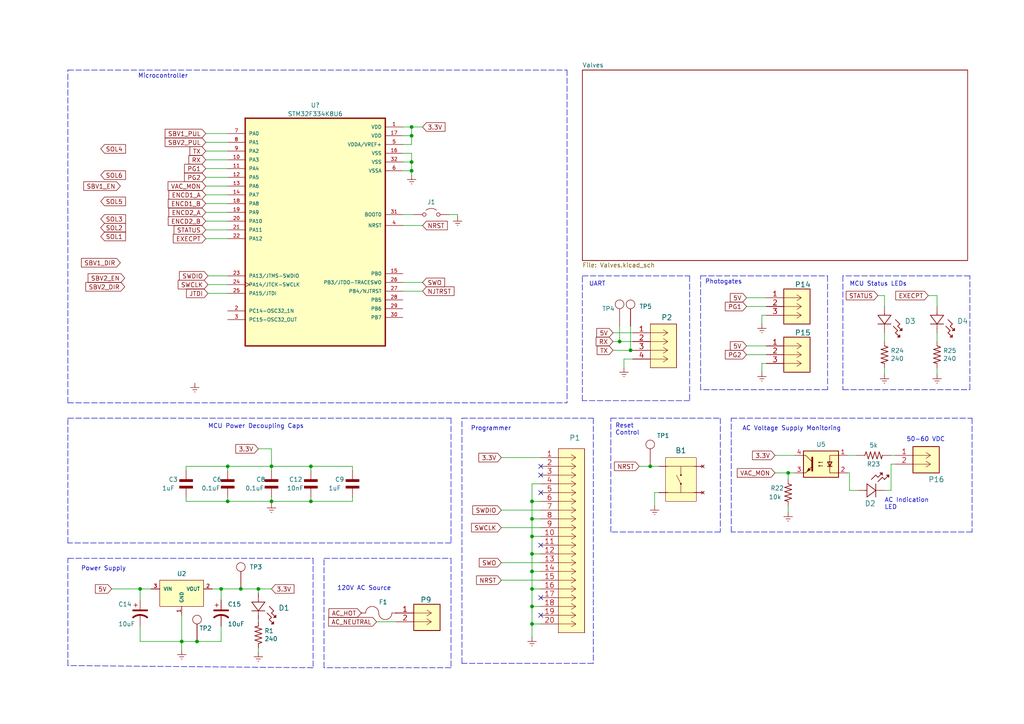
<source format=kicad_sch>
(kicad_sch (version 20211123) (generator eeschema)
  (paper "A4")
  (title_block (title "L0005 Valve Controller") (date "2021-12-25") (rev "1.0") (company "Sun Devil Rocketry ") (comment 1 "Avionics Team") (comment 2 "Author: Colton Acosta"))
  (lib_symbols
    (symbol "Engine-Controller:RES_0805" (pin_numbers hide) (pin_names (offset 1.016) hide)
      (property "Reference" "R" (at -1.27 1.27 0))
      (property "Value" "Engine-Controller_RES_0805" (at -3.81 -2.54 0))
      (symbol "RES_0805_0_0"
        (pin passive line (at -5.08 0 0) (length 2.54) (name "~") (number "1"))
        (pin passive line (at 5.08 0 180) (length 2.54) (name "~") (number "2"))
      )
    )
    (symbol "L0005-Valve-Controller:0678L9100-02" (pin_numbers hide) (pin_names (offset 1.016) hide)
      (property "Reference" "F" (at -5.08 2.54 0))
      (symbol "0678L9100-02_0_0"
        (pin passive line (at -5.08 0 0) (length 0.254) (name "~") (number "1"))
        (pin passive line (at 5.08 0 180) (length 0.254) (name "~") (number "2"))
      )
    )
    (symbol "L0005-Valve-Controller:140-504-415-000" (pin_names (offset 0.254) hide)
      (property "Reference" "P" (at 7.62 5.08 0))
      (symbol "140-504-415-000_1_1"
        (pin passive line (at 0 0 0) (length 5.08) (name "+12V") (number "1"))
        (pin passive line (at 0 -2.54 0) (length 5.08) (name "GND") (number "2"))
        (pin passive line (at 0 -5.08 0) (length 5.08) (name "3") (number "3"))
        (pin passive line (at 0 -7.62 0) (length 5.08) (name "4") (number "4"))
      )
    )
    (symbol "L0005-Valve-Controller:3220-20-0200-00" (pin_names (offset 0.254) hide)
      (property "Reference" "P" (at 8.89 6.35 0))
      (symbol "3220-20-0200-00_1_1"
        (pin passive line (at 0 0 0) (length 5.08) (name "1") (number "1"))
        (pin passive line (at 0 -22.86 0) (length 5.08) (name "10") (number "10"))
        (pin passive line (at 0 -25.4 0) (length 5.08) (name "11") (number "11"))
        (pin passive line (at 0 -27.94 0) (length 5.08) (name "12") (number "12"))
        (pin passive line (at 0 -30.48 0) (length 5.08) (name "13") (number "13"))
        (pin passive line (at 0 -33.02 0) (length 5.08) (name "14") (number "14"))
        (pin passive line (at 0 -35.56 0) (length 5.08) (name "15") (number "15"))
        (pin passive line (at 0 -38.1 0) (length 5.08) (name "16") (number "16"))
        (pin passive line (at 0 -40.64 0) (length 5.08) (name "17") (number "17"))
        (pin passive line (at 0 -43.18 0) (length 5.08) (name "18") (number "18"))
        (pin passive line (at 0 -45.72 0) (length 5.08) (name "19") (number "19"))
        (pin passive line (at 0 -2.54 0) (length 5.08) (name "2") (number "2"))
        (pin passive line (at 0 -48.26 0) (length 5.08) (name "20") (number "20"))
        (pin passive line (at 0 -5.08 0) (length 5.08) (name "3") (number "3"))
        (pin passive line (at 0 -7.62 0) (length 5.08) (name "4") (number "4"))
        (pin passive line (at 0 -10.16 0) (length 5.08) (name "5") (number "5"))
        (pin passive line (at 0 -12.7 0) (length 5.08) (name "6") (number "6"))
        (pin passive line (at 0 -15.24 0) (length 5.08) (name "7") (number "7"))
        (pin passive line (at 0 -17.78 0) (length 5.08) (name "8") (number "8"))
        (pin passive line (at 0 -20.32 0) (length 5.08) (name "9") (number "9"))
      )
    )
    (symbol "L0005-Valve-Controller:647676-2" (pin_names (offset 0.254) hide)
      (property "Reference" "P" (at 6.35 5.08 0))
      (symbol "647676-2_1_1"
        (pin passive line (at 0 0 0) (length 5.08) (name "1") (number "1"))
        (pin passive line (at 0 -2.54 0) (length 5.08) (name "2") (number "2"))
      )
    )
    (symbol "L0005-Valve-Controller:647676-3" (pin_names (offset 0.254) hide)
      (property "Reference" "P" (at 6.35 5.08 0))
      (symbol "647676-3_1_1"
        (pin passive line (at 0 0 0) (length 5.08) (name "1") (number "1"))
        (pin passive line (at 0 -2.54 0) (length 5.08) (name "2") (number "2"))
        (pin passive line (at 0 -5.08 0) (length 5.08) (name "3") (number "3"))
      )
    )
    (symbol "L0005-Valve-Controller:CAP_0603" (pin_numbers hide) (pin_names (offset 1.016) hide)
      (property "Reference" "C" (at -1.27 3.81 0))
      (property "Value" "CAP_0603" (at -3.81 -3.81 0))
      (symbol "CAP_0603_0_0"
        (pin passive line (at 3.81 0 180) (length 2.54) (name "~") (number "1"))
        (pin passive line (at -3.81 0 0) (length 2.54) (name "~") (number "2"))
      )
    )
    (symbol "L0005-Valve-Controller:CAP_Polar" (pin_numbers hide) (pin_names (offset 0.254) hide)
      (property "Reference" "C" (at 0.635 2.54 0))
      (property "Value" "CAP_Polar" (at 0.635 -2.54 0))
      (symbol "CAP_Polar_1_1"
        (pin passive line (at 0 3.81 270) (length 2.794) (name "~") (number "1"))
        (pin passive line (at 0 -3.81 90) (length 3.302) (name "~") (number "2"))
      )
    )
    (symbol "L0005-Valve-Controller:Earth" (power) (pin_names (offset 0))
      (symbol "Earth_1_1"
        (pin power_in line (at 0 0 270) (length 0) hide (name "Earth") (number "1"))
      )
    )
    (symbol "L0005-Valve-Controller:Jumper_NO" (pin_numbers hide) (pin_names (offset 0) hide)
      (property "Reference" "J" (at 0 2.794 0))
      (symbol "Jumper_NO_1_1"
        (pin passive line (at -5.08 0 0) (length 2.54) (name "A") (number "1"))
        (pin passive line (at 5.08 0 180) (length 2.54) (name "B") (number "2"))
      )
    )
    (symbol "L0005-Valve-Controller:LED_AMBER" (pin_numbers hide) (pin_names hide)
      (property "Reference" "D" (at 3.81 5.08 0))
      (symbol "LED_AMBER_1_1"
        (pin passive line (at 0 -2.54 90) (length 1.27) (name "1") (number "1"))
        (pin passive line (at 0 5.08 270) (length 1.27) (name "2") (number "2"))
      )
    )
    (symbol "L0005-Valve-Controller:LED_GREEN" (pin_numbers hide) (pin_names hide)
      (property "Reference" "D" (at 3.81 5.08 0))
      (symbol "LED_GREEN_1_1"
        (pin passive line (at 0 -2.54 90) (length 1.27) (name "1") (number "1"))
        (pin passive line (at 0 5.08 270) (length 1.27) (name "2") (number "2"))
      )
    )
    (symbol "L0005-Valve-Controller:LED_RED" (pin_numbers hide) (pin_names hide)
      (property "Reference" "D" (at 3.81 5.08 0))
      (symbol "LED_RED_1_1"
        (pin passive line (at 0 -2.54 90) (length 1.27) (name "1") (number "1"))
        (pin passive line (at 0 5.08 270) (length 1.27) (name "2") (number "2"))
      )
    )
    (symbol "L0005-Valve-Controller:LMS8117AMP-3.3_NOPB" (pin_names (offset 1.016))
      (property "Reference" "U" (at -1.27 5.08 0))
      (symbol "LMS8117AMP-3.3_NOPB_1_1"
        (pin input line (at 0 -6.35 90) (length 2.54) (name "GND") (number "1"))
        (pin output line (at 8.89 1.27 180) (length 2.54) (name "VOUT") (number "2"))
        (pin input line (at -8.89 1.27 0) (length 2.54) (name "VIN") (number "3"))
      )
    )
    (symbol "L0005-Valve-Controller:Optocoupler" (pin_names (offset 1.016))
      (property "Reference" "U" (at -5.08 5.08 0))
      (symbol "Optocoupler_1_1"
        (pin passive line (at -7.62 2.54 0) (length 2.54) (name "~") (number "1"))
        (pin passive line (at -7.62 -2.54 0) (length 2.54) (name "~") (number "2"))
        (pin passive line (at 7.62 -2.54 180) (length 2.54) (name "~") (number "3"))
        (pin passive line (at 7.62 2.54 180) (length 2.54) (name "~") (number "4"))
      )
    )
    (symbol "L0005-Valve-Controller:PTS647SM38SMTR2LFS" (pin_numbers hide) (pin_names (offset 0.254) hide)
      (property "Reference" "B" (at -1.27 8.89 0))
      (symbol "PTS647SM38SMTR2LFS_1_1"
        (pin passive line (at -6.35 3.81 0) (length 2.54) (name "1") (number "1"))
        (pin no_connect line (at 6.35 3.81 180) (length 2.54) (name "2") (number "2"))
        (pin passive line (at -6.35 -3.81 0) (length 2.54) (name "3") (number "3"))
        (pin no_connect line (at 6.35 -3.81 180) (length 2.54) (name "4") (number "4"))
      )
    )
    (symbol "L0005-Valve-Controller:RES_0603" (pin_numbers hide) (pin_names (offset 1.016) hide)
      (property "Reference" "R" (at -1.27 1.27 0))
      (property "Value" "RES_0603" (at -3.81 -2.54 0))
      (symbol "RES_0603_0_0"
        (pin passive line (at -3.81 0 0) (length 1.27) (name "~") (number "1"))
        (pin passive line (at 3.81 0 180) (length 1.27) (name "~") (number "2"))
      )
    )
    (symbol "L0005-Valve-Controller:STM32F334K8U6" (pin_names (offset 1.016))
      (property "Reference" "U" (at -3.81 36.83 0))
      (property "Value" "STM32F334K8U6" (at -20.3708 -34.544 0))
      (symbol "STM32F334K8U6_0_0"
        (pin power_in line (at 25.4 33.02 180) (length 5.08) (name "VDD") (number "1"))
        (pin bidirectional line (at -25.4 23.495 0) (length 5.08) (name "PA3") (number "10"))
        (pin bidirectional line (at -25.4 20.955 0) (length 5.08) (name "PA4") (number "11"))
        (pin bidirectional line (at -25.4 18.415 0) (length 5.08) (name "PA5") (number "12"))
        (pin bidirectional line (at -25.4 15.875 0) (length 5.08) (name "PA6") (number "13"))
        (pin bidirectional line (at -25.4 13.335 0) (length 5.08) (name "PA7") (number "14"))
        (pin bidirectional line (at 25.4 -9.525 180) (length 5.08) (name "PB0") (number "15"))
        (pin power_in line (at 25.4 25.4 180) (length 5.08) (name "VSS") (number "16"))
        (pin power_in line (at 25.4 30.48 180) (length 5.08) (name "VDD") (number "17"))
        (pin bidirectional line (at -25.4 10.795 0) (length 5.08) (name "PA8") (number "18"))
        (pin bidirectional line (at -25.4 8.255 0) (length 5.08) (name "PA9") (number "19"))
        (pin bidirectional line (at -25.4 -20.32 0) (length 5.08) (name "PC14-OSC32_1N") (number "2"))
        (pin bidirectional line (at -25.4 5.715 0) (length 5.08) (name "PA10") (number "20"))
        (pin bidirectional line (at -25.4 3.175 0) (length 5.08) (name "PA11") (number "21"))
        (pin bidirectional line (at -25.4 0.635 0) (length 5.08) (name "PA12") (number "22"))
        (pin bidirectional line (at -25.4 -10.16 0) (length 5.08) (name "PA13/JTMS-SWDIO") (number "23"))
        (pin bidirectional clock (at -25.4 -12.7 0) (length 5.08) (name "PA14/JTCK-SWCLK") (number "24"))
        (pin bidirectional line (at -25.4 -15.24 0) (length 5.08) (name "PA15/JTDI") (number "25"))
        (pin bidirectional line (at 25.4 -12.065 180) (length 5.08) (name "PB3/JTDO-TRACESWO") (number "26"))
        (pin bidirectional line (at 25.4 -14.605 180) (length 5.08) (name "PB4/NJTRST") (number "27"))
        (pin bidirectional line (at 25.4 -17.145 180) (length 5.08) (name "PB5") (number "28"))
        (pin bidirectional line (at 25.4 -19.685 180) (length 5.08) (name "PB6") (number "29"))
        (pin bidirectional line (at -25.4 -22.86 0) (length 5.08) (name "PC15-OSC32_OUT") (number "3"))
        (pin bidirectional line (at 25.4 -22.225 180) (length 5.08) (name "PB7") (number "30"))
        (pin bidirectional line (at 25.4 7.62 180) (length 5.08) (name "BOOT0") (number "31"))
        (pin power_in line (at 25.4 22.86 180) (length 5.08) (name "VSS") (number "32"))
        (pin bidirectional line (at 25.4 4.445 180) (length 5.08) (name "NRST") (number "4"))
        (pin power_in line (at 25.4 27.94 180) (length 5.08) (name "VDDA/VREF+") (number "5"))
        (pin bidirectional line (at 25.4 20.32 180) (length 5.08) (name "VSSA") (number "6"))
        (pin bidirectional line (at -25.4 31.115 0) (length 5.08) (name "PA0") (number "7"))
        (pin bidirectional line (at -25.4 28.575 0) (length 5.08) (name "PA1") (number "8"))
        (pin bidirectional line (at -25.4 26.035 0) (length 5.08) (name "PA2") (number "9"))
      )
    )
    (symbol "L0005-Valve-Controller:TP" (pin_numbers hide) (pin_names (offset 1.016) hide)
      (property "Reference" "TP" (at 0 8.89 0))
      (symbol "TP_1_1"
        (pin passive line (at 0 0 90) (length 5.08) (name "~") (number "1"))
      )
    )
  )
  (junction (at 90.17 135.255))
  (junction (at 154.305 145.415))
  (junction (at 64.135 170.815))
  (junction (at 78.74 145.415))
  (junction (at 182.88 101.6))
  (junction (at 154.305 155.575))
  (junction (at 179.705 99.06))
  (junction (at 57.15 186.055))
  (junction (at 188.595 135.255))
  (junction (at 119.38 36.83))
  (junction (at 154.305 180.975))
  (junction (at 154.305 175.895))
  (junction (at 154.305 170.815))
  (junction (at 154.305 165.735))
  (junction (at 154.305 160.655))
  (junction (at 78.74 135.255))
  (junction (at 119.38 39.37))
  (junction (at 228.6 137.16))
  (junction (at 119.38 49.53))
  (junction (at 74.93 170.815))
  (junction (at 90.17 145.415))
  (junction (at 154.305 150.495))
  (junction (at 66.04 145.415))
  (junction (at 40.64 170.815))
  (junction (at 52.705 186.055))
  (junction (at 66.04 135.255))
  (junction (at 69.85 170.815))
  (junction (at 119.38 46.99))
  (no_connect (at 156.845 137.795))
  (no_connect (at 156.845 142.875))
  (no_connect (at 156.845 135.255))
  (no_connect (at 156.845 178.435))
  (no_connect (at 156.845 173.355))
  (no_connect (at 156.845 158.115))
  (polyline (pts (xy 90.805 161.925) (xy 90.805 193.675)))
  (wire (pts (xy 40.64 181.61) (xy 40.64 186.055)))
  (wire (pts (xy 119.38 46.99) (xy 119.38 49.53)))
  (wire (pts (xy 74.93 189.23) (xy 74.93 187.96)))
  (wire (pts (xy 66.04 136.525) (xy 66.04 135.255)))
  (polyline (pts (xy 172.085 121.285) (xy 172.085 192.405)))
  (wire (pts (xy 182.88 101.6) (xy 183.515 101.6)))
  (wire (pts (xy 32.385 170.815) (xy 40.64 170.815)))
  (polyline (pts (xy 244.475 80.01) (xy 244.475 113.03)))
  (wire (pts (xy 119.38 44.45) (xy 119.38 46.99)))
  (wire (pts (xy 189.865 146.685) (xy 189.865 142.875)))
  (wire (pts (xy 102.235 145.415) (xy 102.235 144.145)))
  (wire (pts (xy 179.705 94.615) (xy 179.705 99.06)))
  (wire (pts (xy 60.325 80.01) (xy 66.04 80.01)))
  (polyline (pts (xy 172.085 192.405) (xy 133.985 192.405)))
  (wire (pts (xy 156.845 165.735) (xy 154.305 165.735)))
  (wire (pts (xy 182.88 94.615) (xy 182.88 101.6)))
  (wire (pts (xy 189.865 142.875) (xy 191.135 142.875)))
  (wire (pts (xy 59.69 41.275) (xy 66.04 41.275)))
  (polyline (pts (xy 212.09 154.305) (xy 212.09 121.285)))
  (polyline (pts (xy 19.685 116.84) (xy 164.465 116.84)))
  (polyline (pts (xy 244.475 113.03) (xy 281.305 113.03)))
  (wire (pts (xy 224.79 137.16) (xy 228.6 137.16)))
  (wire (pts (xy 59.69 59.055) (xy 66.04 59.055)))
  (wire (pts (xy 59.69 38.735) (xy 66.04 38.735)))
  (wire (pts (xy 116.84 36.83) (xy 119.38 36.83)))
  (wire (pts (xy 156.845 140.335) (xy 154.305 140.335)))
  (wire (pts (xy 220.98 105.41) (xy 222.25 105.41)))
  (wire (pts (xy 66.04 135.255) (xy 78.74 135.255)))
  (polyline (pts (xy 177.165 121.285) (xy 208.915 121.285)))
  (wire (pts (xy 246.38 137.16) (xy 245.745 137.16)))
  (wire (pts (xy 180.975 106.68) (xy 180.975 104.14)))
  (wire (pts (xy 64.135 186.055) (xy 64.135 181.61)))
  (wire (pts (xy 179.705 99.06) (xy 183.515 99.06)))
  (wire (pts (xy 52.705 188.595) (xy 52.705 186.055)))
  (wire (pts (xy 59.69 61.595) (xy 66.04 61.595)))
  (polyline (pts (xy 130.81 161.925) (xy 130.81 193.675)))
  (wire (pts (xy 216.535 100.33) (xy 222.25 100.33)))
  (polyline (pts (xy 168.91 80.01) (xy 200.025 80.01)))
  (wire (pts (xy 90.17 135.255) (xy 102.235 135.255)))
  (wire (pts (xy 177.8 96.52) (xy 183.515 96.52)))
  (wire (pts (xy 156.845 175.895) (xy 154.305 175.895)))
  (wire (pts (xy 156.845 145.415) (xy 154.305 145.415)))
  (wire (pts (xy 61.595 170.815) (xy 64.135 170.815)))
  (wire (pts (xy 60.325 85.09) (xy 66.04 85.09)))
  (polyline (pts (xy 130.81 157.48) (xy 19.685 157.48)))
  (wire (pts (xy 90.17 145.415) (xy 102.235 145.415)))
  (wire (pts (xy 248.92 142.24) (xy 246.38 142.24)))
  (wire (pts (xy 156.845 160.655) (xy 154.305 160.655)))
  (wire (pts (xy 154.305 155.575) (xy 154.305 160.655)))
  (wire (pts (xy 145.415 153.035) (xy 156.845 153.035)))
  (wire (pts (xy 228.6 139.065) (xy 228.6 137.16)))
  (wire (pts (xy 132.715 62.23) (xy 132.715 62.865)))
  (wire (pts (xy 64.135 173.99) (xy 64.135 170.815)))
  (wire (pts (xy 258.445 142.24) (xy 258.445 134.62)))
  (wire (pts (xy 246.38 142.24) (xy 246.38 137.16)))
  (wire (pts (xy 59.69 69.215) (xy 66.04 69.215)))
  (wire (pts (xy 53.975 136.525) (xy 53.975 135.255)))
  (polyline (pts (xy 240.03 113.03) (xy 203.2 113.03)))
  (polyline (pts (xy 90.805 193.675) (xy 19.685 193.04)))
  (wire (pts (xy 156.845 150.495) (xy 154.305 150.495)))
  (polyline (pts (xy 164.465 20.32) (xy 164.465 116.84)))
  (polyline (pts (xy 208.915 154.305) (xy 177.165 154.305)))
  (wire (pts (xy 116.84 84.455) (xy 122.555 84.455)))
  (wire (pts (xy 74.93 180.34) (xy 74.93 179.705)))
  (wire (pts (xy 185.42 135.255) (xy 188.595 135.255)))
  (wire (pts (xy 245.745 132.08) (xy 248.285 132.08)))
  (wire (pts (xy 53.975 145.415) (xy 66.04 145.415)))
  (wire (pts (xy 216.535 102.87) (xy 222.25 102.87)))
  (wire (pts (xy 145.415 147.955) (xy 156.845 147.955)))
  (wire (pts (xy 116.84 44.45) (xy 119.38 44.45)))
  (wire (pts (xy 119.38 36.83) (xy 122.555 36.83)))
  (polyline (pts (xy 19.685 121.285) (xy 130.81 121.285)))
  (wire (pts (xy 109.22 180.34) (xy 114.935 180.34)))
  (wire (pts (xy 53.975 135.255) (xy 66.04 135.255)))
  (wire (pts (xy 40.64 170.815) (xy 43.815 170.815)))
  (wire (pts (xy 119.38 39.37) (xy 119.38 41.91)))
  (wire (pts (xy 119.38 36.83) (xy 119.38 39.37)))
  (wire (pts (xy 220.98 107.95) (xy 220.98 105.41)))
  (wire (pts (xy 228.6 146.685) (xy 228.6 148.59)))
  (polyline (pts (xy 19.685 193.04) (xy 19.685 161.925)))
  (wire (pts (xy 119.38 41.91) (xy 116.84 41.91)))
  (wire (pts (xy 52.705 186.055) (xy 52.705 178.435)))
  (wire (pts (xy 116.84 81.915) (xy 122.555 81.915)))
  (wire (pts (xy 145.415 132.715) (xy 156.845 132.715)))
  (polyline (pts (xy 200.025 80.01) (xy 200.025 116.205)))
  (polyline (pts (xy 208.915 121.285) (xy 208.915 154.305)))
  (wire (pts (xy 40.64 186.055) (xy 52.705 186.055)))
  (wire (pts (xy 52.705 186.055) (xy 57.15 186.055)))
  (wire (pts (xy 40.64 173.99) (xy 40.64 170.815)))
  (wire (pts (xy 69.85 170.815) (xy 74.93 170.815)))
  (wire (pts (xy 66.04 145.415) (xy 78.74 145.415)))
  (wire (pts (xy 216.535 86.36) (xy 222.25 86.36)))
  (polyline (pts (xy 200.025 116.205) (xy 168.91 116.205)))
  (polyline (pts (xy 19.685 20.32) (xy 164.465 20.32)))
  (wire (pts (xy 116.84 65.405) (xy 122.555 65.405)))
  (wire (pts (xy 154.305 140.335) (xy 154.305 145.415)))
  (wire (pts (xy 130.175 62.23) (xy 132.715 62.23)))
  (wire (pts (xy 78.74 135.255) (xy 90.17 135.255)))
  (wire (pts (xy 156.845 155.575) (xy 154.305 155.575)))
  (wire (pts (xy 119.38 39.37) (xy 116.84 39.37)))
  (polyline (pts (xy 168.91 116.205) (xy 168.91 80.01)))
  (wire (pts (xy 116.84 46.99) (xy 119.38 46.99)))
  (wire (pts (xy 90.17 144.145) (xy 90.17 145.415)))
  (polyline (pts (xy 203.2 113.03) (xy 203.2 80.01)))
  (polyline (pts (xy 281.305 113.03) (xy 281.305 80.01)))
  (wire (pts (xy 66.04 144.145) (xy 66.04 145.415)))
  (wire (pts (xy 216.535 88.9) (xy 222.25 88.9)))
  (wire (pts (xy 220.98 93.98) (xy 220.98 91.44)))
  (wire (pts (xy 154.305 170.815) (xy 154.305 175.895)))
  (wire (pts (xy 59.69 53.975) (xy 66.04 53.975)))
  (polyline (pts (xy 19.685 116.84) (xy 19.685 20.32)))
  (wire (pts (xy 64.135 170.815) (xy 69.85 170.815)))
  (wire (pts (xy 188.595 135.255) (xy 191.135 135.255)))
  (wire (pts (xy 59.69 46.355) (xy 66.04 46.355)))
  (wire (pts (xy 180.975 104.14) (xy 183.515 104.14)))
  (wire (pts (xy 53.975 144.145) (xy 53.975 145.415)))
  (wire (pts (xy 78.74 135.255) (xy 78.74 136.525)))
  (wire (pts (xy 154.305 150.495) (xy 154.305 155.575)))
  (wire (pts (xy 256.54 108.585) (xy 256.54 106.68)))
  (wire (pts (xy 228.6 137.16) (xy 230.505 137.16)))
  (wire (pts (xy 119.38 49.53) (xy 119.38 50.8)))
  (polyline (pts (xy 19.685 161.925) (xy 90.805 161.925)))
  (wire (pts (xy 154.305 165.735) (xy 154.305 170.815)))
  (polyline (pts (xy 133.985 121.285) (xy 172.085 121.285)))
  (wire (pts (xy 78.74 130.175) (xy 78.74 135.255)))
  (wire (pts (xy 60.325 82.55) (xy 66.04 82.55)))
  (wire (pts (xy 74.93 172.085) (xy 74.93 170.815)))
  (wire (pts (xy 224.79 132.08) (xy 230.505 132.08)))
  (wire (pts (xy 74.93 130.175) (xy 78.74 130.175)))
  (wire (pts (xy 258.445 134.62) (xy 259.715 134.62)))
  (wire (pts (xy 256.54 142.24) (xy 258.445 142.24)))
  (wire (pts (xy 59.69 64.135) (xy 66.04 64.135)))
  (polyline (pts (xy 177.165 154.305) (xy 177.165 121.285)))
  (wire (pts (xy 154.305 145.415) (xy 154.305 150.495)))
  (wire (pts (xy 156.845 170.815) (xy 154.305 170.815)))
  (polyline (pts (xy 93.98 161.925) (xy 130.81 161.925)))
  (polyline (pts (xy 93.98 193.675) (xy 93.98 161.925)))
  (wire (pts (xy 154.305 160.655) (xy 154.305 165.735)))
  (wire (pts (xy 59.69 43.815) (xy 66.04 43.815)))
  (wire (pts (xy 78.74 146.05) (xy 78.74 145.415)))
  (wire (pts (xy 74.93 170.815) (xy 78.74 170.815)))
  (wire (pts (xy 271.78 99.06) (xy 271.78 96.52)))
  (wire (pts (xy 78.74 145.415) (xy 78.74 144.145)))
  (wire (pts (xy 59.69 51.435) (xy 66.04 51.435)))
  (wire (pts (xy 220.98 91.44) (xy 222.25 91.44)))
  (wire (pts (xy 102.235 135.255) (xy 102.235 136.525)))
  (polyline (pts (xy 203.2 80.01) (xy 240.03 80.01)))
  (polyline (pts (xy 133.985 192.405) (xy 133.985 121.285)))
  (polyline (pts (xy 281.305 80.01) (xy 244.475 80.01)))
  (wire (pts (xy 116.84 49.53) (xy 119.38 49.53)))
  (wire (pts (xy 256.54 96.52) (xy 256.54 99.06)))
  (polyline (pts (xy 130.81 121.285) (xy 130.81 157.48)))
  (wire (pts (xy 116.84 62.23) (xy 120.015 62.23)))
  (wire (pts (xy 59.69 56.515) (xy 66.04 56.515)))
  (wire (pts (xy 256.54 85.725) (xy 256.54 88.9)))
  (wire (pts (xy 254.635 85.725) (xy 256.54 85.725)))
  (wire (pts (xy 177.8 99.06) (xy 179.705 99.06)))
  (wire (pts (xy 269.24 85.725) (xy 271.78 85.725)))
  (wire (pts (xy 59.69 48.895) (xy 66.04 48.895)))
  (wire (pts (xy 57.15 186.055) (xy 64.135 186.055)))
  (wire (pts (xy 90.17 136.525) (xy 90.17 135.255)))
  (wire (pts (xy 145.415 168.275) (xy 156.845 168.275)))
  (wire (pts (xy 156.845 163.195) (xy 145.415 163.195)))
  (wire (pts (xy 59.69 66.675) (xy 66.04 66.675)))
  (wire (pts (xy 258.445 132.08) (xy 259.715 132.08)))
  (polyline (pts (xy 212.09 121.285) (xy 281.94 121.285)))
  (polyline (pts (xy 19.685 157.48) (xy 19.685 121.285)))
  (wire (pts (xy 154.305 175.895) (xy 154.305 180.975)))
  (polyline (pts (xy 240.03 80.01) (xy 240.03 113.03)))
  (polyline (pts (xy 130.81 193.675) (xy 93.98 193.675)))
  (wire (pts (xy 177.8 101.6) (xy 182.88 101.6)))
  (polyline (pts (xy 281.94 154.305) (xy 212.09 154.305)))
  (polyline (pts (xy 281.94 121.285) (xy 281.94 154.305)))
  (wire (pts (xy 78.74 145.415) (xy 90.17 145.415)))
  (wire (pts (xy 154.305 180.975) (xy 154.305 184.785)))
  (wire (pts (xy 271.78 108.585) (xy 271.78 106.68)))
  (wire (pts (xy 271.78 85.725) (xy 271.78 88.9)))
  (wire (pts (xy 156.845 180.975) (xy 154.305 180.975)))
  (text "UART" (at 170.815 83.185 0) (effects (font (size 1.27 1.27)) (justify left bottom)))
  (text "Power Supply" (at 23.495 165.735 0) (effects (font (size 1.27 1.27)) (justify left bottom)))
  (text "120V AC Source" (at 97.79 171.45 0) (effects (font (size 1.27 1.27)) (justify left bottom)))
  (text "Reset \nControl" (at 178.435 126.365 0) (effects (font (size 1.27 1.27)) (justify left bottom)))
  (text "Programmer" (at 136.525 125.095 0) (effects (font (size 1.27 1.27)) (justify left bottom)))
  (text "Photogates" (at 204.47 82.55 0) (effects (font (size 1.27 1.27)) (justify left bottom)))
  (text "MCU Power Decoupling Caps" (at 60.325 124.46 0) (effects (font (size 1.27 1.27)) (justify left bottom)))
  (text "AC Indication\nLED" (at 256.54 147.955 0) (effects (font (size 1.27 1.27)) (justify left bottom)))
  (text "Microcontroller" (at 40.005 22.86 0) (effects (font (size 1.27 1.27)) (justify left bottom)))
  (text "AC Voltage Supply Monitoring" (at 215.265 125.095 0) (effects (font (size 1.27 1.27)) (justify left bottom)))
  (text "MCU Status LEDs" (at 246.38 83.185 0) (effects (font (size 1.27 1.27)) (justify left bottom)))
  (text "50-60 VDC" (at 262.89 128.27 0) (effects (font (size 1.27 1.27)) (justify left bottom)))
  (global_label "SWO" (shape input) (at 122.555 81.915 0) (property "Intersheet References" "${INTERSHEET_REFS}" (effects hide)))
  (global_label "PG1" (shape input) (at 216.535 88.9 180) (property "Intersheet References" "${INTERSHEET_REFS}" (effects hide)))
  (global_label "SBV2_DIR" (shape input) (at 36.195 83.185 180) (property "Intersheet References" "${INTERSHEET_REFS}" (effects hide)))
  (global_label "ENCD2_A" (shape input) (at 59.69 61.595 180) (property "Intersheet References" "${INTERSHEET_REFS}" (effects hide)))
  (global_label "3.3V" (shape input) (at 224.79 132.08 180) (property "Intersheet References" "${INTERSHEET_REFS}" (effects hide)))
  (global_label "SOL3" (shape input) (at 29.21 63.5 0) (property "Intersheet References" "${INTERSHEET_REFS}" (effects hide)))
  (global_label "SWCLK" (shape input) (at 145.415 153.035 180) (property "Intersheet References" "${INTERSHEET_REFS}" (effects hide)))
  (global_label "EXECPT" (shape input) (at 269.24 85.725 180) (property "Intersheet References" "${INTERSHEET_REFS}" (effects hide)))
  (global_label "RX" (shape input) (at 59.69 46.355 180) (property "Intersheet References" "${INTERSHEET_REFS}" (effects hide)))
  (global_label "SWO" (shape input) (at 145.415 163.195 180) (property "Intersheet References" "${INTERSHEET_REFS}" (effects hide)))
  (global_label "5V" (shape input) (at 216.535 86.36 180) (property "Intersheet References" "${INTERSHEET_REFS}" (effects hide)))
  (global_label "NRST" (shape input) (at 122.555 65.405 0) (property "Intersheet References" "${INTERSHEET_REFS}" (effects hide)))
  (global_label "TX" (shape input) (at 177.8 101.6 180) (property "Intersheet References" "${INTERSHEET_REFS}" (effects hide)))
  (global_label "SOL6" (shape input) (at 29.21 50.8 0) (property "Intersheet References" "${INTERSHEET_REFS}" (effects hide)))
  (global_label "ENCD2_B" (shape input) (at 59.69 64.135 180) (property "Intersheet References" "${INTERSHEET_REFS}" (effects hide)))
  (global_label "SBV2_EN" (shape input) (at 36.195 80.645 180) (property "Intersheet References" "${INTERSHEET_REFS}" (effects hide)))
  (global_label "EXECPT" (shape input) (at 59.69 69.215 180) (property "Intersheet References" "${INTERSHEET_REFS}" (effects hide)))
  (global_label "SBV1_PUL" (shape input) (at 59.69 38.735 180) (property "Intersheet References" "${INTERSHEET_REFS}" (effects hide)))
  (global_label "AC_NEUTRAL" (shape input) (at 109.22 180.34 180) (property "Intersheet References" "${INTERSHEET_REFS}" (effects hide)))
  (global_label "SWCLK" (shape input) (at 60.325 82.55 180) (property "Intersheet References" "${INTERSHEET_REFS}" (effects hide)))
  (global_label "PG2" (shape input) (at 216.535 102.87 180) (property "Intersheet References" "${INTERSHEET_REFS}" (effects hide)))
  (global_label "VAC_MON" (shape input) (at 59.69 53.975 180) (property "Intersheet References" "${INTERSHEET_REFS}" (effects hide)))
  (global_label "PG1" (shape input) (at 59.69 48.895 180) (property "Intersheet References" "${INTERSHEET_REFS}" (effects hide)))
  (global_label "3.3V" (shape input) (at 122.555 36.83 0) (property "Intersheet References" "${INTERSHEET_REFS}" (effects hide)))
  (global_label "5V" (shape input) (at 177.8 96.52 180) (property "Intersheet References" "${INTERSHEET_REFS}" (effects hide)))
  (global_label "SBV1_EN" (shape input) (at 34.925 53.975 180) (property "Intersheet References" "${INTERSHEET_REFS}" (effects hide)))
  (global_label "ENCD1_B" (shape input) (at 59.69 59.055 180) (property "Intersheet References" "${INTERSHEET_REFS}" (effects hide)))
  (global_label "PG2" (shape input) (at 59.69 51.435 180) (property "Intersheet References" "${INTERSHEET_REFS}" (effects hide)))
  (global_label "5V" (shape input) (at 32.385 170.815 180) (property "Intersheet References" "${INTERSHEET_REFS}" (effects hide)))
  (global_label "STATUS" (shape input) (at 59.69 66.675 180) (property "Intersheet References" "${INTERSHEET_REFS}" (effects hide)))
  (global_label "AC_HOT" (shape input) (at 104.775 177.8 180) (property "Intersheet References" "${INTERSHEET_REFS}" (effects hide)))
  (global_label "SOL4" (shape input) (at 29.21 43.18 0) (property "Intersheet References" "${INTERSHEET_REFS}" (effects hide)))
  (global_label "RX" (shape input) (at 177.8 99.06 180) (property "Intersheet References" "${INTERSHEET_REFS}" (effects hide)))
  (global_label "TX" (shape input) (at 59.69 43.815 180) (property "Intersheet References" "${INTERSHEET_REFS}" (effects hide)))
  (global_label "SOL5" (shape input) (at 29.21 58.42 0) (property "Intersheet References" "${INTERSHEET_REFS}" (effects hide)))
  (global_label "3.3V" (shape input) (at 74.93 130.175 180) (property "Intersheet References" "${INTERSHEET_REFS}" (effects hide)))
  (global_label "NRST" (shape input) (at 145.415 168.275 180) (property "Intersheet References" "${INTERSHEET_REFS}" (effects hide)))
  (global_label "VAC_MON" (shape input) (at 224.79 137.16 180) (property "Intersheet References" "${INTERSHEET_REFS}" (effects hide)))
  (global_label "SBV1_DIR" (shape input) (at 34.925 76.2 180) (property "Intersheet References" "${INTERSHEET_REFS}" (effects hide)))
  (global_label "SOL2" (shape input) (at 29.21 66.04 0) (property "Intersheet References" "${INTERSHEET_REFS}" (effects hide)))
  (global_label "SBV2_PUL" (shape input) (at 59.69 41.275 180) (property "Intersheet References" "${INTERSHEET_REFS}" (effects hide)))
  (global_label "STATUS" (shape input) (at 254.635 85.725 180) (property "Intersheet References" "${INTERSHEET_REFS}" (effects hide)))
  (global_label "SWDIO" (shape input) (at 145.415 147.955 180) (property "Intersheet References" "${INTERSHEET_REFS}" (effects hide)))
  (global_label "3.3V" (shape input) (at 78.74 170.815 0) (property "Intersheet References" "${INTERSHEET_REFS}" (effects hide)))
  (global_label "SWDIO" (shape input) (at 60.325 80.01 180) (property "Intersheet References" "${INTERSHEET_REFS}" (effects hide)))
  (global_label "NRST" (shape input) (at 185.42 135.255 180) (property "Intersheet References" "${INTERSHEET_REFS}" (effects hide)))
  (global_label "NJTRST" (shape input) (at 122.555 84.455 0) (property "Intersheet References" "${INTERSHEET_REFS}" (effects hide)))
  (global_label "JTDI" (shape input) (at 60.325 85.09 180) (property "Intersheet References" "${INTERSHEET_REFS}" (effects hide)))
  (global_label "ENCD1_A" (shape input) (at 59.69 56.515 180) (property "Intersheet References" "${INTERSHEET_REFS}" (effects hide)))
  (global_label "5V" (shape input) (at 216.535 100.33 180) (property "Intersheet References" "${INTERSHEET_REFS}" (effects hide)))
  (global_label "SOL1" (shape input) (at 29.21 68.58 0) (property "Intersheet References" "${INTERSHEET_REFS}" (effects hide)))
  (global_label "3.3V" (shape input) (at 145.415 132.715 180) (property "Intersheet References" "${INTERSHEET_REFS}" (effects hide)))
  (symbol (lib_id "L0005-Valve-Controller:CAP_0603") (at 90.17 140.335 270) (unit 1)
    (property "Reference" "C12" (at 83.82 139.065 90) (effects (justify left)))
    (property "Value" "10nF" (at 83.185 141.605 90) (effects (justify left)))
    (property "Footprint" "L0005-Valve-Controller:CAP_0603" (effects hide))
  )
  (symbol (lib_id "L0005-Valve-Controller:647676-2") (at 259.715 132.08 0) (unit 1)
    (property "Reference" "P16" (at 269.24 139.065 0) (effects (font (size 1.524 1.524)) (justify left)))
    (property "Value" "647676-2" (effects hide))
    (property "Footprint" "L0005-Valve-Controller:TE_647676-2" (effects hide))
  )
  (symbol (lib_id "L0005-Valve-Controller:CAP_0603") (at 102.235 140.335 270) (unit 1)
    (property "Reference" "C9" (at 97.155 139.065 90) (effects (justify left)))
    (property "Value" "1uF" (at 95.25 141.605 90) (effects (justify left)))
    (property "Footprint" "L0005-Valve-Controller:CAP_0603" (effects hide))
  )
  (symbol (lib_id "L0005-Valve-Controller:CAP_0603") (at 78.74 140.335 270) (unit 1)
    (property "Reference" "C8" (at 74.295 139.065 90) (effects (justify left)))
    (property "Value" "0.1uF" (at 71.12 141.605 90) (effects (justify left)))
    (property "Footprint" "L0005-Valve-Controller:CAP_0603" (effects hide))
  )
  (symbol (lib_id "L0005-Valve-Controller:CAP_0603") (at 66.04 140.335 270) (unit 1)
    (property "Reference" "C6" (at 61.595 139.065 90) (effects (justify left)))
    (property "Value" "0.1uF" (at 58.42 141.605 90) (effects (justify left)))
    (property "Footprint" "L0005-Valve-Controller:CAP_0603" (effects hide))
  )
  (symbol (lib_id "L0005-Valve-Controller:CAP_0603") (at 53.975 140.335 270) (unit 1)
    (property "Reference" "C3" (at 48.895 139.065 90) (effects (justify left)))
    (property "Value" "1uF" (at 46.99 141.605 90) (effects (justify left)))
    (property "Footprint" "L0005-Valve-Controller:CAP_0603" (effects hide))
  )
  (symbol (lib_id "L0005-Valve-Controller:Optocoupler") (at 238.125 134.62 0) (mirror y) (unit 1)
    (property "Reference" "U5" (at 238.125 128.905 0))
    (property "Value" "Optocoupler" (effects hide))
    (property "Footprint" "L0005-Valve-Controller:Opto_140105146000" (effects hide))
    (property "Datasheet" "http://www.soselectronic.cz/a_info/resource/d/pc817.pdf" (effects hide))
  )
  (symbol (lib_id "L0005-Valve-Controller:3220-20-0200-00") (at 156.845 132.715 0) (unit 1)
    (property "Reference" "P1" (at 165.1 127 0) (effects (font (size 1.524 1.524)) (justify left)))
    (property "Value" "3220-20-0200-00" (effects hide))
    (property "Footprint" "L0005-Valve-Controller:3220-20-0200-00" (effects hide))
  )
  (symbol (lib_id "Engine-Controller:RES_0805") (at 253.365 132.08 0) (unit 1)
    (property "Reference" "R23" (at 253.365 134.62 0))
    (property "Value" "5k" (at 253.365 129.159 0))
    (property "Footprint" "L0005-Valve-Controller:RES_0603" (effects hide))
  )
  (symbol (lib_id "L0005-Valve-Controller:LED_GREEN") (at 254 142.24 90) (unit 1)
    (property "Reference" "D2" (at 254 146.05 90) (effects (font (size 1.524 1.524)) (justify left)))
    (property "Value" "LED_GREEN" (effects hide))
    (property "Footprint" "L0005-Valve-Controller:SML-LX1206GC-TR" (effects hide))
  )
  (symbol (lib_id "L0005-Valve-Controller:Earth") (at 154.305 184.785 0) (unit 1)
    (property "Reference" "#PWR08" (effects hide))
    (property "Value" "Earth" (effects hide))
  )
  (symbol (lib_id "L0005-Valve-Controller:Earth") (at 78.74 146.05 0) (unit 1)
    (property "Reference" "#PWR05" (effects hide))
    (property "Value" "Earth" (effects hide))
  )
  (symbol (lib_id "L0005-Valve-Controller:Earth") (at 228.6 148.59 0) (unit 1)
    (property "Reference" "#PWR029" (effects hide))
    (property "Value" "Earth" (effects hide))
  )
  (symbol (lib_id "L0005-Valve-Controller:RES_0603") (at 228.6 142.875 270) (unit 1)
    (property "Reference" "R22" (at 225.425 141.605 90))
    (property "Value" "10k" (at 224.79 144.145 90))
    (property "Footprint" "L0005-Valve-Controller:RES_0603" (effects hide))
  )
  (symbol (lib_id "L0005-Valve-Controller:Earth") (at 56.515 111.125 0) (unit 1)
    (property "Reference" "#PWR01" (effects hide))
    (property "Value" "Earth" (effects hide))
  )
  (symbol (lib_id "L0005-Valve-Controller:Earth") (at 119.38 50.8 0) (unit 1)
    (property "Reference" "#PWR07" (effects hide))
    (property "Value" "Earth" (effects hide))
  )
  (symbol (lib_id "L0005-Valve-Controller:LMS8117AMP-3.3_NOPB") (at 52.705 172.085 0) (unit 1)
    (property "Reference" "U2" (at 52.705 166.4208 0))
    (property "Value" "LMS8117AMP-3.3_NOPB" (effects hide))
    (property "Footprint" "L0005-Valve-Controller:LMS8117AMP-3.3NOPB" (effects hide))
  )
  (symbol (lib_id "L0005-Valve-Controller:Earth") (at 52.705 188.595 0) (unit 1)
    (property "Reference" "#PWR03" (effects hide))
    (property "Value" "Earth" (effects hide))
  )
  (symbol (lib_id "L0005-Valve-Controller:CAP_Polar") (at 40.64 177.8 0) (unit 1)
    (property "Reference" "C14" (at 34.29 175.26 0) (effects (justify left)))
    (property "Value" "10uF" (at 34.29 180.975 0) (effects (justify left)))
    (property "Footprint" "L0005-Valve-Controller:T491A106K010AT" (effects hide))
  )
  (symbol (lib_id "L0005-Valve-Controller:CAP_Polar") (at 64.135 177.8 0) (unit 1)
    (property "Reference" "C15" (at 66.04 175.26 0) (effects (justify left)))
    (property "Value" "10uF" (at 66.04 180.975 0) (effects (justify left)))
    (property "Footprint" "L0005-Valve-Controller:T491A106K010AT" (effects hide))
  )
  (symbol (lib_id "L0005-Valve-Controller:LED_GREEN") (at 74.93 177.165 0) (unit 1)
    (property "Reference" "D1" (at 80.7466 176.3268 0) (effects (font (size 1.524 1.524)) (justify left)))
    (property "Value" "LED_GREEN" (effects hide))
    (property "Footprint" "L0005-Valve-Controller:SML-LX1206GC-TR" (effects hide))
  )
  (symbol (lib_id "L0005-Valve-Controller:RES_0603") (at 74.93 184.15 270) (mirror x) (unit 1)
    (property "Reference" "R1" (at 76.6826 182.9816 90) (effects (justify left)))
    (property "Value" "240" (at 76.6826 185.293 90) (effects (justify left)))
    (property "Footprint" "L0005-Valve-Controller:RES_0603" (effects hide))
  )
  (symbol (lib_id "L0005-Valve-Controller:Earth") (at 74.93 189.23 0) (unit 1)
    (property "Reference" "#PWR04" (effects hide))
    (property "Value" "Earth" (effects hide))
  )
  (symbol (lib_id "L0005-Valve-Controller:LED_AMBER") (at 256.54 93.98 0) (unit 1)
    (property "Reference" "D3" (at 262.3566 93.1418 0) (effects (font (size 1.524 1.524)) (justify left)))
    (property "Value" "LED_AMBER" (effects hide))
    (property "Footprint" "L0005-Valve-Controller:150120AS75000" (effects hide))
  )
  (symbol (lib_id "L0005-Valve-Controller:RES_0603") (at 256.54 102.87 270) (unit 1)
    (property "Reference" "R24" (at 258.2926 101.7016 90) (effects (justify left)))
    (property "Value" "240" (at 258.2926 104.013 90) (effects (justify left)))
    (property "Footprint" "L0005-Valve-Controller:RES_0603" (effects hide))
  )
  (symbol (lib_id "L0005-Valve-Controller:Earth") (at 256.54 108.585 0) (unit 1)
    (property "Reference" "#PWR030" (effects hide))
    (property "Value" "Earth" (effects hide))
  )
  (symbol (lib_id "L0005-Valve-Controller:PTS647SM38SMTR2LFS") (at 197.485 139.065 0) (unit 1)
    (property "Reference" "B1" (at 197.485 130.6576 0) (effects (font (size 1.524 1.524))))
    (property "Value" "PTS647SM38SMTR2LFS" (effects hide))
    (property "Footprint" "L0005-Valve-Controller:PTS647SM38SMTR2LFS" (effects hide))
  )
  (symbol (lib_id "L0005-Valve-Controller:Earth") (at 189.865 146.685 0) (unit 1)
    (property "Reference" "#PWR06" (effects hide))
    (property "Value" "Earth" (effects hide))
  )
  (symbol (lib_id "L0005-Valve-Controller:RES_0603") (at 271.78 102.87 270) (unit 1)
    (property "Reference" "R25" (at 273.5326 101.7016 90) (effects (justify left)))
    (property "Value" "240" (at 273.5326 104.013 90) (effects (justify left)))
    (property "Footprint" "L0005-Valve-Controller:RES_0603" (effects hide))
  )
  (symbol (lib_id "L0005-Valve-Controller:Earth") (at 271.78 108.585 0) (unit 1)
    (property "Reference" "#PWR031" (effects hide))
    (property "Value" "Earth" (effects hide))
  )
  (symbol (lib_id "L0005-Valve-Controller:LED_RED") (at 271.78 93.98 0) (unit 1)
    (property "Reference" "D4" (at 277.5966 93.1418 0) (effects (font (size 1.524 1.524)) (justify left)))
    (property "Value" "LED_RED" (effects hide))
    (property "Footprint" "L0005-Valve-Controller:LED_RED" (effects hide))
  )
  (symbol (lib_id "L0005-Valve-Controller:Jumper_NO") (at 125.095 62.23 0) (unit 1)
    (property "Reference" "J1" (at 125.095 58.5978 0))
    (property "Value" "Jumper_NO" (effects hide))
    (property "Footprint" "L0005-Valve-Controller:Jumper-NO" (effects hide))
  )
  (symbol (lib_id "L0005-Valve-Controller:Earth") (at 132.715 62.865 0) (unit 1)
    (property "Reference" "#PWR09" (effects hide))
    (property "Value" "Earth" (effects hide))
  )
  (symbol (lib_id "L0005-Valve-Controller:140-504-415-000") (at 183.515 96.52 0) (unit 1)
    (property "Reference" "P2" (at 191.77 92.075 0) (effects (font (size 1.524 1.524)) (justify left)))
    (property "Value" "140-504-415-000" (effects hide))
    (property "Footprint" "L0005-Valve-Controller:140-504-415-000" (effects hide))
  )
  (symbol (lib_id "L0005-Valve-Controller:Earth") (at 180.975 106.68 0) (unit 1)
    (property "Reference" "#PWR010" (effects hide))
    (property "Value" "Earth" (effects hide))
  )
  (symbol (lib_id "L0005-Valve-Controller:647676-2") (at 114.935 177.8 0) (unit 1)
    (property "Reference" "P9" (at 121.92 173.99 0) (effects (font (size 1.524 1.524)) (justify left)))
    (property "Value" "647676-2" (effects hide))
    (property "Footprint" "L0005-Valve-Controller:TE_647676-2" (effects hide))
  )
  (symbol (lib_id "L0005-Valve-Controller:TP") (at 188.595 135.255 0) (unit 1)
    (property "Reference" "TP1" (at 190.5 126.365 0) (effects (justify left)))
    (property "Value" "TP" (effects hide))
    (property "Footprint" "L0005-Valve-Controller:TP" (effects hide))
  )
  (symbol (lib_id "L0005-Valve-Controller:TP") (at 57.15 186.055 0) (unit 1)
    (property "Reference" "TP2" (at 57.785 182.245 0) (effects (justify left)))
    (property "Value" "TP" (effects hide))
    (property "Footprint" "L0005-Valve-Controller:TP" (effects hide))
  )
  (symbol (lib_id "L0005-Valve-Controller:TP") (at 69.85 170.815 0) (unit 1)
    (property "Reference" "TP3" (at 72.39 164.465 0) (effects (justify left)))
    (property "Value" "TP" (effects hide))
    (property "Footprint" "L0005-Valve-Controller:TP" (effects hide))
  )
  (symbol (lib_id "L0005-Valve-Controller:TP") (at 179.705 94.615 0) (unit 1)
    (property "Reference" "TP4" (at 174.625 89.535 0) (effects (justify left)))
    (property "Value" "TP" (effects hide))
    (property "Footprint" "L0005-Valve-Controller:TP" (effects hide))
  )
  (symbol (lib_id "L0005-Valve-Controller:TP") (at 182.88 94.615 0) (unit 1)
    (property "Reference" "TP5" (at 185.42 88.9 0) (effects (justify left)))
    (property "Value" "TP" (effects hide))
    (property "Footprint" "L0005-Valve-Controller:TP" (effects hide))
  )
  (symbol (lib_id "L0005-Valve-Controller:0678L9100-02") (at 109.855 177.8 0) (unit 1)
    (property "Reference" "F1" (at 111.125 174.625 0))
    (property "Value" "0678L9100-02" (effects hide))
    (property "Footprint" "L0005-Valve-Controller:FUSC9830X318N" (effects hide))
  )
  (symbol (lib_id "L0005-Valve-Controller:647676-3") (at 222.25 86.36 0) (unit 1)
    (property "Reference" "P14" (at 230.505 82.55 0) (effects (font (size 1.524 1.524)) (justify left)))
    (property "Value" "647676-3" (effects hide))
    (property "Footprint" "L0005-Valve-Controller:647676-3" (effects hide))
  )
  (symbol (lib_id "L0005-Valve-Controller:Earth") (at 220.98 93.98 0) (unit 1)
    (property "Reference" "#PWR027" (effects hide))
    (property "Value" "Earth" (effects hide))
  )
  (symbol (lib_id "L0005-Valve-Controller:647676-3") (at 222.25 100.33 0) (unit 1)
    (property "Reference" "P15" (at 230.505 96.52 0) (effects (font (size 1.524 1.524)) (justify left)))
    (property "Value" "647676-3" (effects hide))
    (property "Footprint" "L0005-Valve-Controller:647676-3" (effects hide))
  )
  (symbol (lib_id "L0005-Valve-Controller:Earth") (at 220.98 107.95 0) (unit 1)
    (property "Reference" "#PWR028" (effects hide))
    (property "Value" "Earth" (effects hide))
  )
  (symbol (lib_id "L0005-Valve-Controller:STM32F334K8U6") (at 91.44 69.85 0) (unit 1)
    (property "Reference" "U?" (at 91.44 30.514 0))
    (property "Value" "STM32F334K8U6" (at 91.44 33.0509 0))
    (property "Footprint" "QFN50P500X500X60-33N" (effects hide))
    (property "PARTREV" "3" (effects hide))
    (property "PACKAGE" "UFQFN-32 STMicroelectronics" (effects hide))
    (property "AVAILABILITY" "Good" (effects hide))
    (property "PRICE" "3.87 USD" (effects hide))
    (property "DESCRIPTION" "MCU 32-bit STM32L ARM Cortex M4 RISC 256KB Flash 2.5V/3.3V 32-Pin UFQFPN EP Tray" (effects hide))
    (property "STANDARD" "IPC-7351B" (effects hide))
    (property "MP" "STM32L432KCU6" (effects hide))
    (property "SNAPEDA_PACKAGE_ID" "19121" (effects hide))
    (property "MF" "STMicroelectronics" (effects hide))
  )
  (sheet (at 168.91 20.32) (size 111.76 55.245)
    (property "Sheet name" "Valves" (at 168.91 19.6084 0) (effects (justify left bottom)))
    (property "Sheet file" "Valves.kicad_sch" (at 168.91 76.1496 0) (effects (justify left top)))
  )
)
</source>
